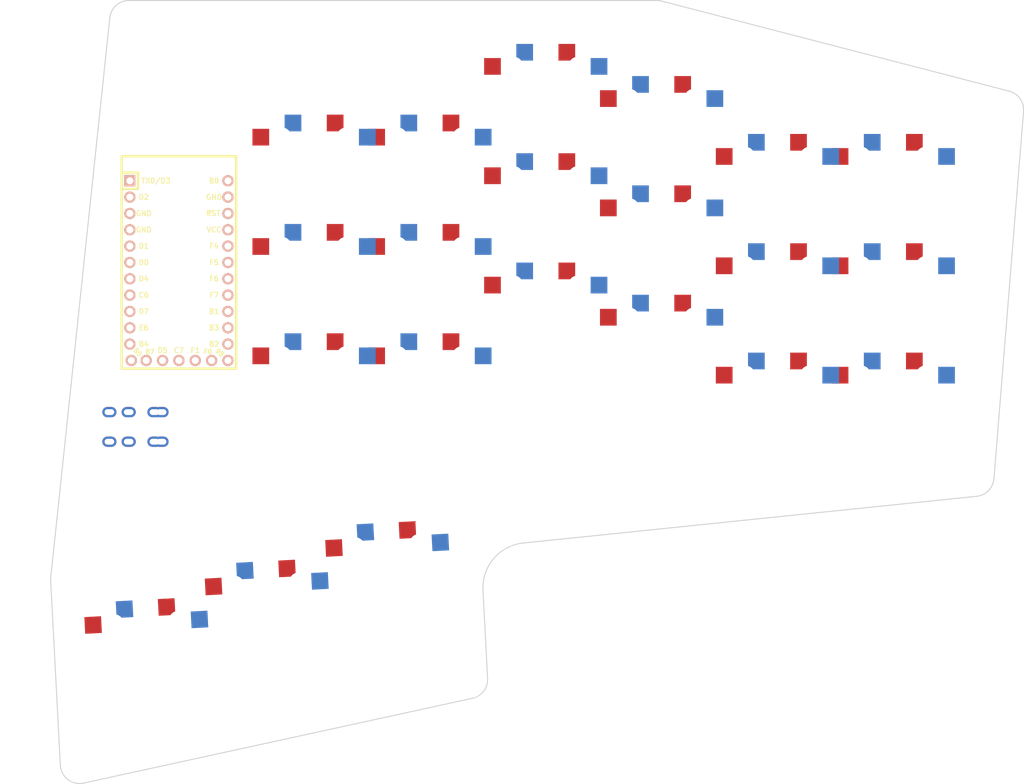
<source format=kicad_pcb>
(kicad_pcb (version 20211014) (generator pcbnew)
  (title_block (title "pcbboard") (rev "v1.0.0") (company "Unknown"))
  (layers (0 "F.Cu" signal) (31 "B.Cu" signal) (34 "B.Paste" user) (35 "F.Paste" user) (36 "B.SilkS" user "B.Silkscreen") (37 "F.SilkS" user "F.Silkscreen") (38 "B.Mask" user) (39 "F.Mask" user) (44 "Edge.Cuts" user))
  (net 0 "")
  (net 1 "GND")
  (net 2 "matrix_inner_bottom")
  (net 3 "matrix_inner_center")
  (net 4 "matrix_inner_top")
  (net 5 "matrix_pointer_bottom")
  (net 6 "matrix_pointer_center")
  (net 7 "matrix_pointer_top")
  (net 8 "matrix_middle_bottom")
  (net 9 "matrix_middle_center")
  (net 10 "matrix_middle_top")
  (net 11 "matrix_ring_bottom")
  (net 12 "matrix_ring_center")
  (net 13 "matrix_ring_top")
  (net 14 "matrix_pinky_bottom")
  (net 15 "matrix_pinky_center")
  (net 16 "matrix_pinky_top")
  (net 17 "matrix_outer_bottom")
  (net 18 "matrix_outer_center")
  (net 19 "matrix_outer_top")
  (net 20 "thumb_left")
  (net 21 "thumb_middle")
  (net 22 "thumb_right")
  (net 23 "D1")
  (net 24 "VCC")
  (net 25 "ST")
  (net 26 "D3")
  (net 27 "D2")
  (footprint "PG1350" (layer "F.Cu") (at 0 -17)
    (fp_text reference "S2" hide)
    (fp_text value "" hide)
  )
  (footprint "MountingHole_2.2mm_M2" (layer "F.Cu") (at 22.380045 44.89024 3)
    (fp_text reference "_2" hide)
    (fp_text value "")
  )
  (footprint "PG1350" (layer "F.Cu") (at 0 -17)
    (fp_text reference "S23" hide)
    (fp_text value "" hide)
  )
  (footprint "PG1350" (layer "F.Cu") (at 36 -28)
    (fp_text reference "S29" hide)
    (fp_text value "" hide)
  )
  (footprint "PG1350" (layer "F.Cu") (at 0 0)
    (fp_text reference "S22" hide)
    (fp_text value "" hide)
  )
  (footprint "PG1350" (layer "F.Cu") (at 72 3)
    (fp_text reference "S34" hide)
    (fp_text value "" hide)
  )
  (footprint "PG1350" (layer "F.Cu") (at 90 3)
    (fp_text reference "S16" hide)
    (fp_text value "" hide)
  )
  (footprint "TRRS-PJ-320A-dual" (layer "F.Cu") (at -35 5 90)
    (fp_text reference "TRRS1")
    (fp_text value "TRRS-PJ-320A-dual")
  )
  (footprint "PG1350" (layer "F.Cu") (at 54 -23)
    (fp_text reference "S32" hide)
    (fp_text value "" hide)
  )
  (footprint "PG1350" (layer "F.Cu") (at 90 -14)
    (fp_text reference "S17" hide)
    (fp_text value "" hide)
  )
  (footprint "PG1350" (layer "F.Cu") (at 36 -11)
    (fp_text reference "S7" hide)
    (fp_text value "" hide)
  )
  (footprint "PG1350" (layer "F.Cu") (at 18 0)
    (fp_text reference "S4" hide)
    (fp_text value "" hide)
  )
  (footprint "PG1350" (layer "F.Cu") (at 0 -34)
    (fp_text reference "S24" hide)
    (fp_text value "" hide)
  )
  (footprint "PG1350" (layer "F.Cu") (at -7.155907 35.423057 3)
    (fp_text reference "S20" hide)
    (fp_text value "" hide)
  )
  (footprint "MountingHole_2.2mm_M2" (layer "F.Cu") (at -28 -56)
    (fp_text reference "_5" hide)
    (fp_text value "")
  )
  (footprint "PG1350" (layer "F.Cu") (at 18 0)
    (fp_text reference "S25" hide)
    (fp_text value "" hide)
  )
  (footprint "PG1350" (layer "F.Cu") (at 54 -40)
    (fp_text reference "S12" hide)
    (fp_text value "" hide)
  )
  (footprint "PG1350" (layer "F.Cu") (at -7.155907 35.423057 3)
    (fp_text reference "S41" hide)
    (fp_text value "" hide)
  )
  (footprint "PG1350" (layer "F.Cu") (at 72 -31)
    (fp_text reference "S15" hide)
    (fp_text value "" hide)
  )
  (footprint "MountingHole_2.2mm_M2" (layer "F.Cu") (at -35.017109 57.91202 3)
    (fp_text reference "_1" hide)
    (fp_text value "")
  )
  (footprint "PG1350" (layer "F.Cu") (at 36 -11)
    (fp_text reference "S28" hide)
    (fp_text value "" hide)
  )
  (footprint "MountingHole_2.2mm_M2" (layer "F.Cu") (at 106 -41)
    (fp_text reference "_4" hide)
    (fp_text value "")
  )
  (footprint "PG1350" (layer "F.Cu") (at 54 -6)
    (fp_text reference "S31" hide)
    (fp_text value "" hide)
  )
  (footprint "PG1350" (layer "F.Cu") (at -25.868189 41.410588 3)
    (fp_text reference "S40" hide)
    (fp_text value "" hide)
  )
  (footprint "Elite-C" (layer "F.Cu") (at -21 -17 -90)
    (fp_text reference "MCU1" hide)
    (fp_text value "Elite-C" hide)
  )
  (footprint "PG1350" (layer "F.Cu") (at 90 -14)
    (fp_text reference "S38" hide)
    (fp_text value "" hide)
  )
  (footprint "PG1350" (layer "F.Cu") (at 18 -17)
    (fp_text reference "S5" hide)
    (fp_text value "" hide)
  )
  (footprint "PG1350" (layer "F.Cu") (at 54 -6)
    (fp_text reference "S10" hide)
    (fp_text value "" hide)
  )
  (footprint "PG1350" (layer "F.Cu") (at 54 -23)
    (fp_text reference "S11" hide)
    (fp_text value "" hide)
  )
  (footprint "PG1350" (layer "F.Cu") (at 36 -45)
    (fp_text reference "S30" hide)
    (fp_text value "" hide)
  )
  (footprint "PG1350" (layer "F.Cu") (at 72 -14)
    (fp_text reference "S14" hide)
    (fp_text value "" hide)
  )
  (footprint "PG1350" (layer "F.Cu") (at 72 3)
    (fp_text reference "S13" hide)
    (fp_text value "" hide)
  )
  (footprint "PG1350" (layer "F.Cu") (at 11.556374 29.435527 3)
    (fp_text reference "S42" hide)
    (fp_text value "" hide)
  )
  (footprint "PG1350" (layer "F.Cu") (at 72 -14)
    (fp_text reference "S35" hide)
    (fp_text value "" hide)
  )
  (footprint "PG1350" (layer "F.Cu") (at 18 -17)
    (fp_text reference "S26" hide)
    (fp_text value "" hide)
  )
  (footprint "PG1350" (layer "F.Cu") (at 18 -34)
    (fp_text reference "S27" hide)
    (fp_text value "" hide)
  )
  (footprint "PG1350" (layer "F.Cu") (at -25.868189 41.410588 3)
    (fp_text reference "S19" hide)
    (fp_text value "" hide)
  )
  (footprint "PG1350" (layer "F.Cu") (at 90 -31)
    (fp_text reference "S18" hide)
    (fp_text value "" hide)
  )
  (footprint "PG1350" (layer "F.Cu") (at 90 -31)
    (fp_text reference "S39" hide)
    (fp_text value "" hide)
  )
  (footprint "PG1350" (layer "F.Cu") (at 0 -34)
    (fp_text reference "S3" hide)
    (fp_text value "" hide)
  )
  (footprint "PG1350" (layer "F.Cu") (at 0 0)
    (fp_text reference "S1" hide)
    (fp_text value "" hide)
  )
  (footprint "PG1350" (layer "F.Cu") (at 36 -28)
    (fp_text reference "S8" hide)
    (fp_text value "" hide)
  )
  (footprint "PG1350" (layer "F.Cu") (at 18 -34)
    (fp_text reference "S6" hide)
    (fp_text value "" hide)
  )
  (footprint "PG1350" (layer "F.Cu") (at 54 -40)
    (fp_text reference "S33" hide)
    (fp_text value "" hide)
  )
  (footprint "MountingHole_2.2mm_M2" (layer "F.Cu") (at 102 14)
    (fp_text reference "_3" hide)
    (fp_text value "")
  )
  (footprint "PG1350" (layer "F.Cu") (at 36 -45)
    (fp_text reference "S9" hide)
    (fp_text value "" hide)
  )
  (footprint "PG1350" (layer "F.Cu") (at 11.556374 29.435527 3)
    (fp_text reference "S21" hide)
    (fp_text value "" hide)
  )
  (footprint "PG1350" (layer "F.Cu") (at 90 3)
    (fp_text reference "S37" hide)
    (fp_text value "" hide)
  )
  (footprint "PG1350" (layer "F.Cu") (at 72 -31)
    (fp_text reference "S36" hide)
    (fp_text value "" hide)
  )
  (gr_line (start 26.965466 46.402329) (end 26.246268 32.67922) (layer "Edge.Cuts") (width 0.15))
  (gr_arc (start 108.002887 -44.90399) (mid 109.694477 -43.739117) (end 110.240312 -41.759099) (layer "Edge.Cuts") (width 0.15))
  (gr_line (start -31.733454 -56.314642) (end -40.911578 30.712885) (layer "Edge.Cuts") (width 0.15))
  (gr_arc (start 26.965466 46.402329) (mid 26.354568 48.379177) (end 24.609177 49.490363) (layer "Edge.Cuts") (width 0.15))
  (gr_arc (start -35.783865 62.669152) (mid -38.243305 62.123117) (end -39.419354 59.895134) (layer "Edge.Cuts") (width 0.15))
  (gr_line (start -35.783865 62.669152) (end 24.609177 49.490363) (layer "Edge.Cuts") (width 0.15))
  (gr_arc (start 26.246267 32.679219) (mid 27.918235 27.761581) (end 32.518453 25.349811) (layer "Edge.Cuts") (width 0.15))
  (gr_line (start 108.002887 -44.903991) (end 54.002887 -58.903991) (layer "Edge.Cuts") (width 0.15))
  (gr_arc (start -40.924012 31.184535) (mid -40.927081 30.948465) (end -40.911578 30.712885) (layer "Edge.Cuts") (width 0.15))
  (gr_line (start 32.518453 25.349811) (end 102.957809 18.084167) (layer "Edge.Cuts") (width 0.15))
  (gr_line (start -40.924013 31.184535) (end -39.419354 59.895134) (layer "Edge.Cuts") (width 0.15))
  (gr_line (start 105.640312 15.340901) (end 110.240312 -41.759099) (layer "Edge.Cuts") (width 0.15))
  (gr_arc (start 105.640312 15.340901) (mid 104.794942 17.197432) (end 102.957809 18.084167) (layer "Edge.Cuts") (width 0.15))
  (gr_arc (start 53.25 -59) (mid 53.629492 -58.975901) (end 54.002887 -58.903991) (layer "Edge.Cuts") (width 0.15))
  (gr_arc (start -31.733454 -56.314642) (mid -30.756997 -58.22979) (end -28.75 -59) (layer "Edge.Cuts") (width 0.15))
  (gr_line (start -28.75 -59) (end 53.25 -59) (layer "Edge.Cuts") (width 0.15))
)
</source>
